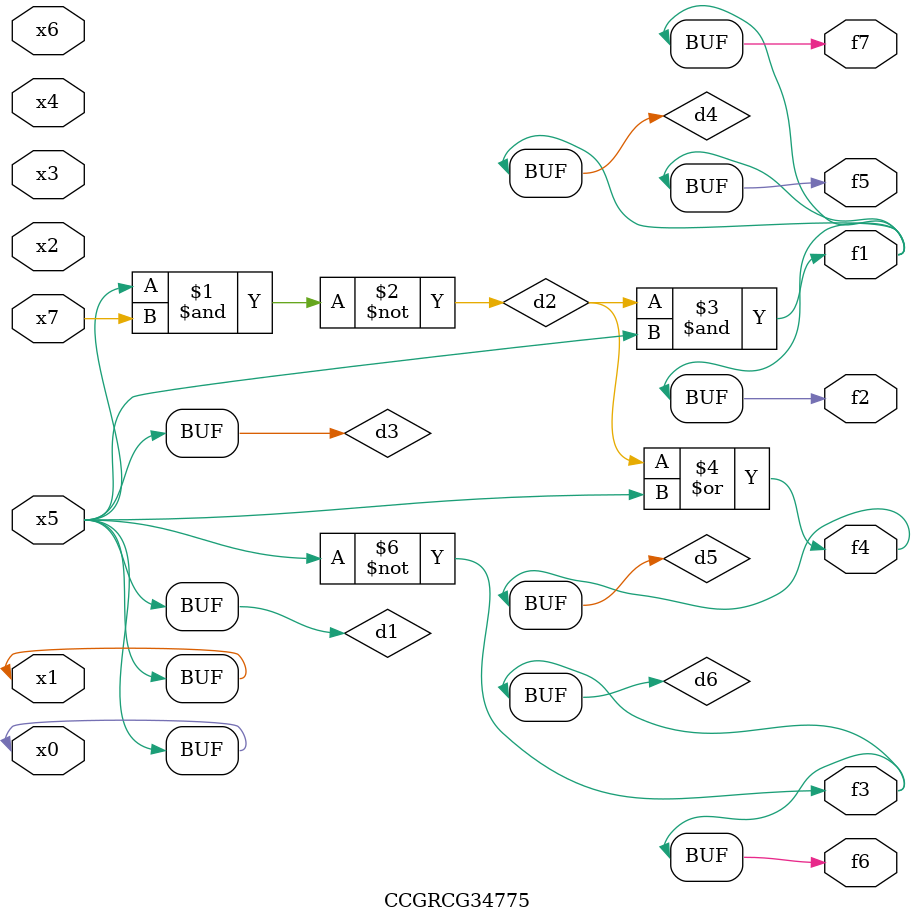
<source format=v>
module CCGRCG34775(
	input x0, x1, x2, x3, x4, x5, x6, x7,
	output f1, f2, f3, f4, f5, f6, f7
);

	wire d1, d2, d3, d4, d5, d6;

	buf (d1, x0, x5);
	nand (d2, x5, x7);
	buf (d3, x0, x1);
	and (d4, d2, d3);
	or (d5, d2, d3);
	nor (d6, d1, d3);
	assign f1 = d4;
	assign f2 = d4;
	assign f3 = d6;
	assign f4 = d5;
	assign f5 = d4;
	assign f6 = d6;
	assign f7 = d4;
endmodule

</source>
